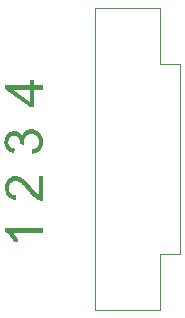
<source format=gto>
G04*
G04 #@! TF.GenerationSoftware,Altium Limited,Altium Designer,20.1.8 (145)*
G04*
G04 Layer_Color=16777215*
%FSTAX43Y43*%
%MOMM*%
G71*
G04*
G04 #@! TF.SameCoordinates,88960992-D08D-4769-B98E-263BF66CF6E9*
G04*
G04*
G04 #@! TF.FilePolarity,Positive*
G04*
G01*
G75*
%ADD10C,0.100*%
G36*
X0091Y0068787D02*
X0088496D01*
X0088501Y0068782D01*
X0088519Y0068759D01*
X0088547Y0068731D01*
X008858Y0068685D01*
X0088621Y0068634D01*
X0088668Y0068569D01*
X0088718Y0068495D01*
X0088769Y0068412D01*
Y0068407D01*
X0088774Y0068403D01*
X0088793Y0068375D01*
X0088816Y0068329D01*
X0088843Y0068273D01*
X0088876Y0068208D01*
X0088908Y0068139D01*
X0088941Y0068069D01*
X0088968Y0068D01*
X0088589D01*
Y0068005D01*
X008858Y0068014D01*
X0088575Y0068032D01*
X0088561Y0068056D01*
X0088547Y0068083D01*
X0088529Y0068116D01*
X0088482Y0068194D01*
X0088432Y0068287D01*
X0088367Y0068379D01*
X0088293Y0068477D01*
X0088214Y0068574D01*
X0088209Y0068578D01*
X0088205Y0068583D01*
X0088191Y0068597D01*
X0088177Y0068616D01*
X0088131Y0068657D01*
X0088075Y0068713D01*
X008801Y0068768D01*
X0087936Y0068828D01*
X0087862Y0068879D01*
X0087784Y0068926D01*
Y006918D01*
X0091D01*
Y0068787D01*
D02*
G37*
G36*
X0090232Y0081286D02*
X0091D01*
Y0080893D01*
X0090232D01*
Y00795D01*
X0089871D01*
X0087798Y0080967D01*
Y0081286D01*
X0089871D01*
Y0081721D01*
X0090232D01*
Y0081286D01*
D02*
G37*
G36*
X009007Y0077592D02*
X0090107Y0077587D01*
X0090148Y0077578D01*
X0090195Y0077569D01*
X0090246Y0077559D01*
X0090357Y0077522D01*
X0090417Y0077495D01*
X0090472Y0077467D01*
X0090533Y007743D01*
X0090593Y0077388D01*
X0090653Y0077342D01*
X0090708Y0077286D01*
X0090713Y0077282D01*
X0090722Y0077272D01*
X0090736Y0077254D01*
X0090755Y0077231D01*
X0090778Y0077203D01*
X0090801Y0077166D01*
X0090829Y0077124D01*
X0090852Y0077073D01*
X009088Y0077023D01*
X0090907Y0076962D01*
X0090931Y0076902D01*
X0090954Y0076833D01*
X0090972Y0076759D01*
X0090986Y007668D01*
X0090995Y0076601D01*
X0091Y0076514D01*
Y0076472D01*
X0090995Y0076444D01*
X0090991Y0076407D01*
X0090986Y0076365D01*
X0090977Y0076319D01*
X0090968Y0076268D01*
X009094Y0076157D01*
X0090894Y0076041D01*
X0090866Y0075981D01*
X0090833Y0075926D01*
X0090792Y007587D01*
X009075Y0075815D01*
X0090745Y007581D01*
X0090736Y0075801D01*
X0090722Y0075787D01*
X0090704Y0075773D01*
X0090681Y007575D01*
X0090648Y0075727D01*
X0090616Y0075699D01*
X0090574Y0075671D01*
X0090528Y0075643D01*
X0090482Y0075616D01*
X0090371Y0075565D01*
X0090241Y0075523D01*
X0090172Y0075509D01*
X0090098Y00755D01*
X0090047Y0075893D01*
X0090051D01*
X0090061Y0075898D01*
X0090079Y0075903D01*
X0090102Y0075907D01*
X009013Y0075912D01*
X0090162Y0075921D01*
X0090232Y0075944D01*
X0090315Y0075977D01*
X0090394Y0076018D01*
X0090468Y0076065D01*
X0090533Y007612D01*
X0090537Y0076129D01*
X0090556Y0076148D01*
X0090579Y0076185D01*
X0090602Y0076231D01*
X009063Y0076287D01*
X0090653Y0076356D01*
X0090671Y0076435D01*
X0090676Y0076518D01*
Y0076546D01*
X0090671Y0076564D01*
X0090667Y0076615D01*
X0090653Y007668D01*
X009063Y0076754D01*
X0090597Y0076833D01*
X0090551Y0076911D01*
X0090486Y0076986D01*
X0090477Y0076995D01*
X0090449Y0077018D01*
X0090408Y0077046D01*
X0090352Y0077083D01*
X0090283Y007712D01*
X0090204Y0077148D01*
X0090111Y0077171D01*
X009001Y007718D01*
X0090005D01*
X0089996D01*
X0089982D01*
X0089963Y0077175D01*
X0089912Y0077171D01*
X0089852Y0077157D01*
X0089778Y0077138D01*
X0089704Y0077106D01*
X008963Y007706D01*
X0089561Y0076999D01*
X0089551Y007699D01*
X0089533Y0076967D01*
X0089505Y007693D01*
X0089473Y0076879D01*
X008944Y0076814D01*
X0089413Y0076736D01*
X0089394Y0076648D01*
X0089385Y0076551D01*
Y0076509D01*
X008939Y0076476D01*
X0089394Y0076435D01*
X0089403Y0076389D01*
X0089413Y0076333D01*
X0089427Y0076273D01*
X0089079Y0076319D01*
Y0076342D01*
X0089084Y0076361D01*
Y0076421D01*
X0089075Y0076472D01*
X0089066Y0076532D01*
X0089052Y0076601D01*
X0089029Y007668D01*
X0088996Y0076754D01*
X0088954Y0076833D01*
Y0076837D01*
X008895Y0076842D01*
X0088931Y0076865D01*
X0088899Y0076898D01*
X0088857Y0076935D01*
X0088797Y0076972D01*
X0088728Y0077004D01*
X0088649Y0077027D01*
X0088603Y0077036D01*
X0088552D01*
X0088547D01*
X0088543D01*
X0088515D01*
X0088478Y0077027D01*
X0088427Y0077018D01*
X0088371Y0076999D01*
X0088311Y0076976D01*
X0088251Y0076939D01*
X0088196Y0076888D01*
X0088191Y0076884D01*
X0088172Y0076861D01*
X0088149Y0076828D01*
X0088121Y0076787D01*
X0088098Y0076731D01*
X0088075Y0076666D01*
X0088057Y0076592D01*
X0088052Y0076509D01*
Y0076472D01*
X0088061Y007643D01*
X0088071Y0076375D01*
X0088089Y0076315D01*
X0088112Y0076254D01*
X0088149Y007619D01*
X0088196Y0076129D01*
X00882Y0076125D01*
X0088223Y0076106D01*
X0088256Y0076078D01*
X0088302Y0076046D01*
X0088362Y0076014D01*
X0088436Y0075981D01*
X0088524Y0075954D01*
X0088626Y0075935D01*
X0088556Y0075542D01*
X0088552D01*
X0088538Y0075546D01*
X0088519Y0075551D01*
X0088492Y0075556D01*
X0088459Y0075565D01*
X0088422Y0075579D01*
X0088334Y0075606D01*
X0088233Y0075653D01*
X0088131Y0075708D01*
X0088034Y0075778D01*
X0087946Y0075866D01*
X0087941Y007587D01*
X0087936Y0075879D01*
X0087927Y0075893D01*
X0087913Y0075912D01*
X0087895Y0075935D01*
X0087876Y0075967D01*
X0087858Y0076D01*
X0087835Y0076041D01*
X0087798Y0076134D01*
X008776Y007624D01*
X0087737Y0076365D01*
X0087728Y007643D01*
Y0076546D01*
X0087733Y0076597D01*
X0087742Y0076657D01*
X0087756Y0076731D01*
X0087779Y0076814D01*
X0087807Y0076898D01*
X0087844Y0076981D01*
Y0076986D01*
X0087848Y007699D01*
X0087862Y0077018D01*
X008789Y007706D01*
X0087922Y0077106D01*
X0087969Y0077161D01*
X008802Y0077217D01*
X008808Y0077272D01*
X0088149Y0077319D01*
X0088158Y0077323D01*
X0088182Y0077337D01*
X0088223Y0077356D01*
X0088274Y0077379D01*
X0088334Y0077402D01*
X0088404Y0077421D01*
X0088482Y0077434D01*
X0088561Y0077439D01*
X008857D01*
X0088598D01*
X0088635Y0077434D01*
X0088686Y0077425D01*
X0088746Y0077411D01*
X0088811Y0077388D01*
X0088876Y007736D01*
X0088941Y0077323D01*
X008895Y0077319D01*
X0088968Y0077305D01*
X0089001Y0077277D01*
X0089038Y007724D01*
X0089079Y0077194D01*
X0089126Y0077138D01*
X0089167Y0077073D01*
X0089209Y0076995D01*
Y0076999D01*
X0089214Y0077009D01*
X0089218Y0077023D01*
X0089223Y0077041D01*
X0089241Y0077092D01*
X0089269Y0077157D01*
X0089306Y0077231D01*
X0089352Y0077305D01*
X0089413Y0077374D01*
X0089482Y0077439D01*
X0089491Y0077444D01*
X0089519Y0077462D01*
X0089565Y007749D01*
X0089626Y0077518D01*
X00897Y0077546D01*
X0089787Y0077573D01*
X0089889Y0077592D01*
X009Y0077596D01*
X0090005D01*
X0090019D01*
X0090042D01*
X009007Y0077592D01*
D02*
G37*
G36*
X0091Y00715D02*
X0090995D01*
X0090977D01*
X0090949D01*
X0090912Y0071505D01*
X009087Y0071509D01*
X0090824Y0071519D01*
X0090778Y0071528D01*
X0090727Y0071546D01*
X0090722D01*
X0090718Y0071551D01*
X009069Y007156D01*
X0090648Y0071579D01*
X0090593Y0071606D01*
X0090528Y0071643D01*
X0090454Y007169D01*
X009038Y0071741D01*
X0090301Y0071805D01*
X0090297D01*
X0090292Y0071815D01*
X0090264Y0071838D01*
X0090223Y0071879D01*
X0090162Y007194D01*
X0090093Y0072009D01*
X009001Y0072097D01*
X0089917Y0072203D01*
X008982Y0072319D01*
X0089815Y0072324D01*
X0089801Y0072342D01*
X0089778Y007237D01*
X008975Y0072402D01*
X0089713Y0072444D01*
X0089672Y0072495D01*
X0089626Y0072546D01*
X0089575Y0072606D01*
X0089464Y0072722D01*
X0089352Y0072837D01*
X0089297Y0072893D01*
X0089241Y0072944D01*
X008919Y007299D01*
X008914Y0073027D01*
X0089135D01*
X008913Y0073036D01*
X0089116Y0073046D01*
X0089098Y0073055D01*
X0089047Y0073087D01*
X0088987Y0073124D01*
X0088913Y0073157D01*
X0088834Y0073189D01*
X0088746Y0073208D01*
X0088663Y0073217D01*
X0088658D01*
X0088654D01*
X0088626Y0073212D01*
X008858Y0073208D01*
X0088529Y0073194D01*
X0088464Y0073175D01*
X0088399Y0073143D01*
X0088334Y0073101D01*
X008827Y0073046D01*
X008826Y0073036D01*
X0088242Y0073013D01*
X0088219Y0072981D01*
X0088186Y007293D01*
X0088158Y0072865D01*
X0088131Y0072791D01*
X0088112Y0072703D01*
X0088108Y0072606D01*
Y0072578D01*
X0088112Y007256D01*
X0088117Y0072504D01*
X0088131Y0072439D01*
X0088149Y007237D01*
X0088182Y0072291D01*
X0088223Y0072217D01*
X0088279Y0072148D01*
X0088288Y0072139D01*
X0088311Y007212D01*
X0088348Y0072092D01*
X0088404Y0072065D01*
X0088469Y0072032D01*
X0088552Y0072004D01*
X0088644Y0071986D01*
X0088751Y0071977D01*
X0088709Y0071574D01*
X0088705D01*
X0088691Y0071579D01*
X0088668D01*
X0088635Y0071583D01*
X0088598Y0071593D01*
X0088556Y0071602D01*
X0088506Y0071616D01*
X0088455Y007163D01*
X0088344Y0071667D01*
X0088233Y0071722D01*
X0088177Y0071755D01*
X0088121Y0071796D01*
X0088071Y0071838D01*
X0088024Y0071884D01*
X008802Y0071889D01*
X0088015Y0071898D01*
X0088001Y0071912D01*
X0087987Y0071935D01*
X0087969Y0071963D01*
X008795Y0071995D01*
X0087927Y0072032D01*
X0087904Y0072078D01*
X0087881Y0072129D01*
X0087858Y0072185D01*
X0087839Y0072245D01*
X0087821Y007231D01*
X0087807Y0072379D01*
X0087793Y0072453D01*
X0087788Y0072532D01*
X0087784Y0072615D01*
Y0072662D01*
X0087788Y0072694D01*
X0087793Y0072731D01*
X0087798Y0072777D01*
X0087807Y0072828D01*
X0087816Y0072879D01*
X0087848Y0072999D01*
X0087895Y007312D01*
X0087922Y007318D01*
X0087955Y007324D01*
X0087997Y0073296D01*
X0088043Y0073347D01*
X0088047Y0073351D01*
X0088052Y007336D01*
X0088071Y007337D01*
X0088089Y0073388D01*
X0088112Y0073411D01*
X0088145Y0073434D01*
X0088177Y0073458D01*
X0088219Y0073485D01*
X0088307Y0073532D01*
X0088418Y0073578D01*
X0088473Y0073596D01*
X0088538Y0073606D01*
X0088603Y0073615D01*
X0088672Y007362D01*
X0088681D01*
X0088705D01*
X0088742Y0073615D01*
X0088793Y007361D01*
X0088848Y0073601D01*
X0088913Y0073583D01*
X0088982Y0073564D01*
X0089052Y0073536D01*
X0089061Y0073532D01*
X0089084Y0073522D01*
X0089121Y0073504D01*
X0089172Y0073476D01*
X0089228Y0073439D01*
X0089297Y0073393D01*
X0089366Y0073337D01*
X0089445Y0073272D01*
X0089454Y0073263D01*
X0089482Y007324D01*
X0089505Y0073217D01*
X0089528Y0073194D01*
X0089556Y0073166D01*
X0089593Y0073129D01*
X008963Y0073092D01*
X0089672Y0073046D01*
X0089718Y0072999D01*
X0089769Y0072944D01*
X008982Y0072884D01*
X008988Y0072819D01*
X008994Y0072745D01*
X0090005Y0072671D01*
X009001Y0072666D01*
X0090019Y0072657D01*
X0090033Y0072638D01*
X0090051Y0072615D01*
X0090079Y0072588D01*
X0090107Y0072555D01*
X0090167Y0072481D01*
X0090236Y0072402D01*
X0090306Y0072328D01*
X0090366Y0072264D01*
X0090389Y0072236D01*
X0090412Y0072213D01*
X0090417Y0072208D01*
X0090431Y0072194D01*
X0090449Y0072176D01*
X0090477Y0072153D01*
X0090509Y0072129D01*
X0090542Y0072102D01*
X0090621Y0072046D01*
Y0073624D01*
X0091D01*
Y00715D01*
D02*
G37*
%LPC*%
G36*
X0089871Y0080893D02*
X0088436D01*
X0089871Y0079884D01*
Y0080893D01*
D02*
G37*
%LPD*%
D10*
X01026Y0067025D02*
Y0083085D01*
X00954Y0062285D02*
X01004D01*
X01009Y0067025D02*
X01026D01*
X00954Y0062285D02*
Y0067355D01*
X01004Y0062285D02*
X01009D01*
Y0067025D01*
Y0083085D02*
X01026D01*
X00954Y0067355D02*
Y0087825D01*
X01009Y0083085D02*
Y0087825D01*
X00954D02*
X01009D01*
M02*

</source>
